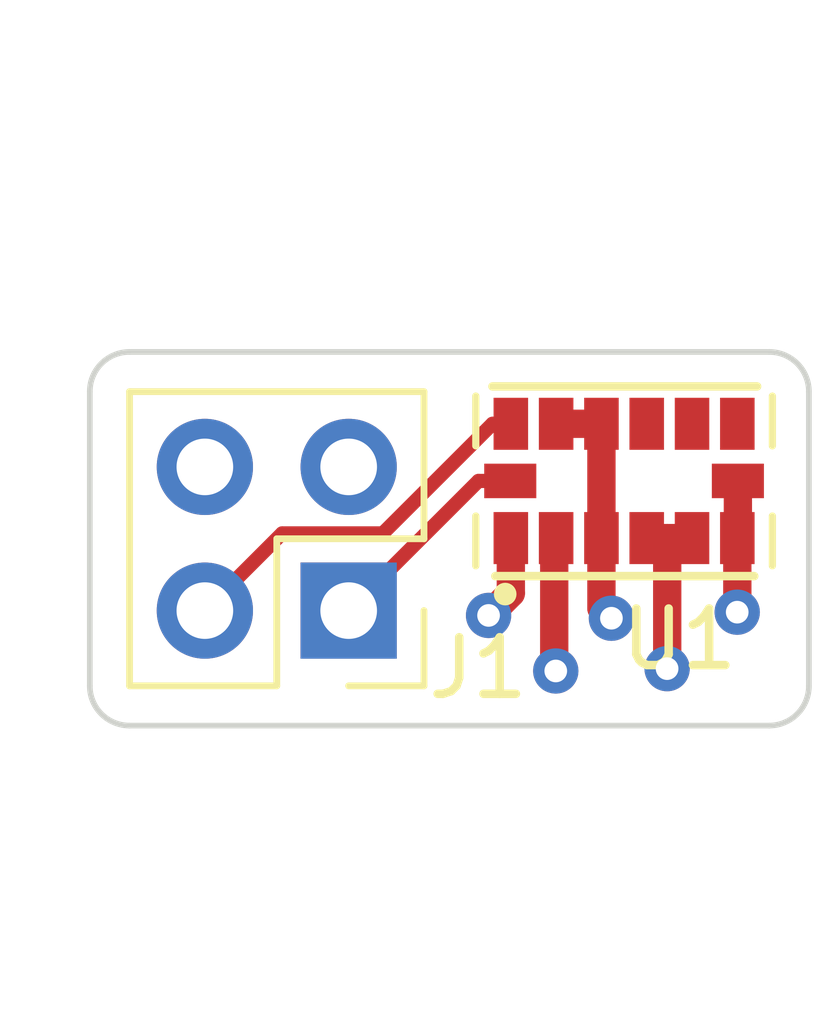
<source format=kicad_pcb>
(kicad_pcb (version 20240108) (generator "pcbnew") (generator_version "8.0")
  (layers (0 "F.Cu" signal) (1 "In1.Cu" power) (2 "In2.Cu" power) (31 "B.Cu" signal) (34 "B.Paste" user) (35 "F.Paste" user) (36 "B.SilkS" user "B.Silkscreen") (37 "F.SilkS" user "F.Silkscreen") (38 "B.Mask" user) (39 "F.Mask" user) (44 "Edge.Cuts" user))
  (net 0 "")
  (net 1 "+3.3V")
  (net 2 "/SCL")
  (net 3 "GND")
  (net 4 "/SDA")
  (footprint "Project_Footprints:PQFN80P300X500X100-14N" (layer "F.Cu") (at 269.278 139.694 90)
    (property "Reference" "U1" (at -2.8 0.978 0) (layer "F.SilkS"))
    (property "Value" "ADXL343BCCZ-RL7")
    (fp_line (start 0.62 -2.619) (end 1.5 -2.619) (stroke (width 0.127)) (layer "F.SilkS"))
    (fp_line (start -1.5 -2.619) (end -0.62 -2.619) (stroke (width 0.127)) (layer "F.SilkS"))
    (fp_line (start 0.62 2.619) (end 1.5 2.619) (stroke (width 0.127)) (layer "F.SilkS"))
    (fp_line (start -1.5 2.619) (end -0.62 2.619) (stroke (width 0.127)) (layer "F.SilkS"))
    (fp_circle (center -2 -2.1) (end -1.9 -2.1) (stroke (width 0.2)) (fill none) (layer "F.SilkS"))
    (pad "1" smd rect (at -1.01 -2 90) (size 0.92 0.61) (layers "F.Cu" "F.Paste" "F.Mask") (net 1 "+3.3V"))
    (pad "2" smd rect (at -1.01 -1.2 90) (size 0.92 0.61) (layers "F.Cu" "F.Paste" "F.Mask") (net 3 "GND"))
    (pad "3" smd rect (at -1.01 -0.4 90) (size 0.92 0.61) (layers "F.Cu" "F.Paste" "F.Mask") (net 1 "+3.3V"))
    (pad "4" smd rect (at -1.01 0.4 90) (size 0.92 0.61) (layers "F.Cu" "F.Paste" "F.Mask") (net 3 "GND"))
    (pad "5" smd rect (at -1.01 1.2 90) (size 0.92 0.61) (layers "F.Cu" "F.Paste" "F.Mask") (net 3 "GND"))
    (pad "6" smd rect (at -1.01 2 90) (size 0.92 0.61) (layers "F.Cu" "F.Paste" "F.Mask") (net 1 "+3.3V"))
    (pad "7" smd rect (at 0 2.01 90) (size 0.61 0.92) (layers "F.Cu" "F.Paste" "F.Mask") (net 1 "+3.3V"))
    (pad "8" smd rect (at 1.01 2 90) (size 0.92 0.61) (layers "F.Cu" "F.Paste" "F.Mask"))
    (pad "9" smd rect (at 1.01 1.2 90) (size 0.92 0.61) (layers "F.Cu" "F.Paste" "F.Mask"))
    (pad "10" smd rect (at 1.01 0.4 90) (size 0.92 0.61) (layers "F.Cu" "F.Paste" "F.Mask"))
    (pad "11" smd rect (at 1.01 -0.4 90) (size 0.92 0.61) (layers "F.Cu" "F.Paste" "F.Mask") (net 1 "+3.3V"))
    (pad "12" smd rect (at 1.01 -1.2 90) (size 0.92 0.61) (layers "F.Cu" "F.Paste" "F.Mask") (net 1 "+3.3V"))
    (pad "13" smd rect (at 1.01 -2 90) (size 0.92 0.61) (layers "F.Cu" "F.Paste" "F.Mask") (net 4 "/SDA"))
    (pad "14" smd rect (at 0 -2.01 90) (size 0.61 0.92) (layers "F.Cu" "F.Paste" "F.Mask") (net 2 "/SCL"))
  )
  (footprint "Connector_PinSocket_2.54mm:PinSocket_2x02_P2.54mm_Vertical" (layer "F.Cu") (at 264.414 141.986 -90)
    (property "Reference" "J1" (at 1.016 -2.286 180) (layer "F.SilkS"))
    (property "Value" "Conn_02x02_Odd_Even")
    (fp_line (start -3.87 3.87) (end 1.33 3.87) (stroke (width 0.12)) (layer "F.SilkS"))
    (fp_line (start -1.27 1.27) (end 1.33 1.27) (stroke (width 0.12)) (layer "F.SilkS"))
    (fp_line (start 1.33 1.27) (end 1.33 3.87) (stroke (width 0.12)) (layer "F.SilkS"))
    (fp_line (start -3.87 -1.33) (end -3.87 3.87) (stroke (width 0.12)) (layer "F.SilkS"))
    (fp_line (start -3.87 -1.33) (end -1.27 -1.33) (stroke (width 0.12)) (layer "F.SilkS"))
    (fp_line (start -1.27 -1.33) (end -1.27 1.27) (stroke (width 0.12)) (layer "F.SilkS"))
    (fp_line (start 0 -1.33) (end 1.33 -1.33) (stroke (width 0.12)) (layer "F.SilkS"))
    (fp_line (start 1.33 -1.33) (end 1.33 0) (stroke (width 0.12)) (layer "F.SilkS"))
    (pad "1" thru_hole rect (at 0 0 270) (size 1.7 1.7) (drill 1) (layers "*.Cu" "*.Mask") (net 2 "/SCL"))
    (pad "2" thru_hole oval (at -2.54 0 270) (size 1.7 1.7) (drill 1) (layers "*.Cu" "*.Mask") (net 3 "GND"))
    (pad "3" thru_hole oval (at 0 2.54 270) (size 1.7 1.7) (drill 1) (layers "*.Cu" "*.Mask") (net 4 "/SDA"))
    (pad "4" thru_hole oval (at -2.54 2.54 270) (size 1.7 1.7) (drill 1) (layers "*.Cu" "*.Mask") (net 1 "+3.3V"))
  )
  (gr_line (start 267.0048 141.3764) (end 271.5768 141.3764) (stroke (width 0.15)) (layer "F.SilkS"))
  (gr_line (start 266.954 138.0236) (end 271.6276 138.0236) (stroke (width 0.15)) (layer "F.SilkS"))
  (gr_line (start 260.542 137.414) (end 271.842 137.414) (stroke (width 0.1)) (layer "Edge.Cuts"))
  (gr_arc (start 260.542 144.018) (mid 260.047025 143.812975) (end 259.842 143.318) (stroke (width 0.1)) (layer "Edge.Cuts"))
  (gr_line (start 259.842 143.318) (end 259.842 138.114) (stroke (width 0.1)) (layer "Edge.Cuts"))
  (gr_line (start 272.542 138.114) (end 272.542 143.318) (stroke (width 0.1)) (layer "Edge.Cuts"))
  (gr_arc (start 271.842 137.414) (mid 272.336975 137.619025) (end 272.542 138.114) (stroke (width 0.1)) (layer "Edge.Cuts"))
  (gr_arc (start 272.542 143.318) (mid 272.336975 143.812975) (end 271.842 144.018) (stroke (width 0.1)) (layer "Edge.Cuts"))
  (gr_line (start 271.842 144.018) (end 260.542 144.018) (stroke (width 0.1)) (layer "Edge.Cuts"))
  (gr_arc (start 259.842 138.114) (mid 260.047025 137.619025) (end 260.542 137.414) (stroke (width 0.1)) (layer "Edge.Cuts"))
  (segment (start 271.278 142.011708) (end 271.278 140.704) (width 0.5) (layer "F.Cu") (net 1))
  (segment (start 271.276091 142.013617) (end 271.278 142.011708) (width 0.5) (layer "F.Cu") (net 1))
  (segment (start 266.88471 142.071209) (end 267.278 141.677919) (width 0.5) (layer "F.Cu") (net 1))
  (segment (start 268.878 138.684) (end 268.078 138.684) (width 0.5) (layer "F.Cu") (net 1))
  (segment (start 269.054483 142.120788) (end 268.878 141.944305) (width 0.5) (layer "F.Cu") (net 1))
  (segment (start 271.288 139.694) (end 271.288 140.694) (width 0.5) (layer "F.Cu") (net 1))
  (segment (start 268.878 138.684) (end 268.878 140.704) (width 0.5) (layer "F.Cu") (net 1))
  (segment (start 267.278 141.677919) (end 267.278 140.704) (width 0.5) (layer "F.Cu") (net 1))
  (segment (start 268.878 141.944305) (end 268.878 140.704) (width 0.5) (layer "F.Cu") (net 1))
  (via (at 269.054483 142.120788) (size 0.8) (drill 0.4) (layers "F.Cu" "B.Cu") (net 1))
  (via (at 266.88471 142.071209) (size 0.8) (drill 0.4) (layers "F.Cu" "B.Cu") (net 1))
  (via (at 271.276091 142.013617) (size 0.8) (drill 0.4) (layers "F.Cu" "B.Cu") (net 1))
  (segment (start 264.414 141.986) (end 266.706 139.694) (width 0.25) (layer "F.Cu") (net 2))
  (segment (start 266.706 139.694) (end 267.268 139.694) (width 0.25) (layer "F.Cu") (net 2))
  (segment (start 270.037865 143.011876) (end 270.04 143.009741) (width 0.5) (layer "F.Cu") (net 3))
  (segment (start 268.0716 143.0528) (end 268.0444 143.0256) (width 0.5) (layer "F.Cu") (net 3))
  (segment (start 270.04 143.009741) (end 270.04 140.704) (width 0.5) (layer "F.Cu") (net 3))
  (segment (start 268.0444 143.0256) (end 268.0444 140.7376) (width 0.5) (layer "F.Cu") (net 3))
  (segment (start 269.678 140.704) (end 270.04 140.704) (width 0.5) (layer "F.Cu") (net 3))
  (segment (start 270.04 140.704) (end 270.478 140.704) (width 0.5) (layer "F.Cu") (net 3))
  (via (at 268.0716 143.0528) (size 0.8) (drill 0.4) (layers "F.Cu" "B.Cu") (net 3))
  (via (at 270.037865 143.011876) (size 0.8) (drill 0.4) (layers "F.Cu" "B.Cu") (net 3))
  (segment (start 265.017 140.621) (end 266.954 138.684) (width 0.25) (layer "F.Cu") (net 4))
  (segment (start 263.239 140.621) (end 265.017 140.621) (width 0.25) (layer "F.Cu") (net 4))
  (segment (start 266.954 138.684) (end 267.278 138.684) (width 0.25) (layer "F.Cu") (net 4))
  (segment (start 261.874 141.986) (end 263.239 140.621) (width 0.25) (layer "F.Cu") (net 4))
)
</source>
